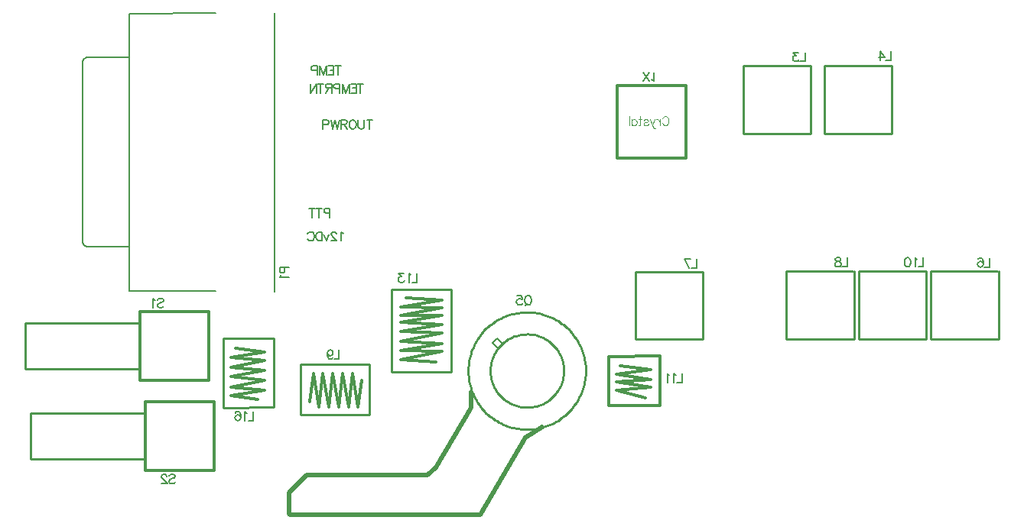
<source format=gbo>
%FSLAX42Y42*%
%MOMM*%
G71*
G01*
G75*
%ADD10C,0.38*%
%ADD11C,0.40*%
%ADD12R,1.52X1.27*%
%ADD13R,1.27X1.52*%
%ADD14R,1.27X1.02*%
%ADD15R,1.52X2.54*%
%ADD16R,2.54X1.52*%
%ADD17O,2.03X0.61*%
%ADD18R,6.73X6.73*%
%ADD19R,1.02X1.27*%
%ADD20R,3.00X1.60*%
%ADD21R,1.52X1.52*%
%ADD22C,1.00*%
%ADD23C,0.50*%
%ADD24C,1.40*%
%ADD25C,0.80*%
%ADD26C,0.70*%
%ADD27C,0.80*%
%ADD28C,1.50*%
%ADD29C,1.40*%
%ADD30C,0.30*%
%ADD31C,0.51*%
%ADD32C,0.20*%
%ADD33C,0.15*%
%ADD34C,0.18*%
%ADD35C,3.50*%
%ADD36C,2.41*%
%ADD37C,6.20*%
%ADD38C,1.32*%
%ADD39C,1.78*%
%ADD40C,1.57*%
%ADD41C,1.52*%
%ADD42R,1.78X1.78*%
%ADD43C,1.90*%
%ADD44C,6.99*%
%ADD45C,2.03*%
%ADD46R,2.03X2.03*%
%ADD47C,1.27*%
%ADD48R,2.39X3.00*%
%ADD49C,0.13*%
%ADD50C,0.25*%
%ADD51C,0.30*%
%ADD52C,0.20*%
%ADD53C,0.33*%
%ADD54C,0.10*%
D31*
X23626Y18722D02*
Y18899D01*
X24226Y18394D02*
X24416Y18514D01*
X23726Y17534D02*
X24226Y18394D01*
X23461Y17534D02*
X23726Y17534D01*
X21627D02*
X23461Y17534D01*
X21617Y17544D02*
X21627Y17534D01*
X21617Y17544D02*
Y17784D01*
X21807Y17974D01*
X23147D01*
X23237Y18064D01*
X23626Y18722D01*
D32*
X22166Y19364D02*
Y19264D01*
X22109D01*
X22036Y19331D02*
X22041Y19317D01*
X22050Y19307D01*
X22065Y19302D01*
X22069D01*
X22084Y19307D01*
X22093Y19317D01*
X22098Y19331D01*
Y19336D01*
X22093Y19350D01*
X22084Y19360D01*
X22069Y19364D01*
X22065D01*
X22050Y19360D01*
X22041Y19350D01*
X22036Y19331D01*
Y19307D01*
X22041Y19283D01*
X22050Y19269D01*
X22065Y19264D01*
X22074D01*
X22088Y19269D01*
X22093Y19279D01*
X25966Y19104D02*
Y19004D01*
X25909D01*
X25898Y19085D02*
X25888Y19090D01*
X25874Y19104D01*
Y19004D01*
X25825Y19085D02*
X25815Y19090D01*
X25801Y19104D01*
Y19004D01*
X25536Y22344D02*
X25603Y22444D01*
Y22344D02*
X25536Y22444D01*
X25625Y22363D02*
X25635Y22359D01*
X25649Y22344D01*
Y22444D01*
X27326Y22664D02*
Y22564D01*
X27269D01*
X27248Y22664D02*
X27196D01*
X27225Y22626D01*
X27210D01*
X27201Y22622D01*
X27196Y22617D01*
X27191Y22602D01*
Y22593D01*
X27196Y22579D01*
X27206Y22569D01*
X27220Y22564D01*
X27234D01*
X27248Y22569D01*
X27253Y22574D01*
X27258Y22583D01*
X20285Y17970D02*
X20295Y17980D01*
X20309Y17984D01*
X20328D01*
X20343Y17980D01*
X20352Y17970D01*
Y17961D01*
X20347Y17951D01*
X20343Y17946D01*
X20333Y17942D01*
X20304Y17932D01*
X20295Y17927D01*
X20290Y17922D01*
X20285Y17913D01*
Y17899D01*
X20295Y17889D01*
X20309Y17884D01*
X20328D01*
X20343Y17889D01*
X20352Y17899D01*
X20258Y17961D02*
Y17965D01*
X20254Y17975D01*
X20249Y17980D01*
X20239Y17984D01*
X20220D01*
X20211Y17980D01*
X20206Y17975D01*
X20201Y17965D01*
Y17956D01*
X20206Y17946D01*
X20215Y17932D01*
X20263Y17884D01*
X20196D01*
X24268Y19964D02*
X24277Y19960D01*
X24287Y19950D01*
X24291Y19941D01*
X24296Y19926D01*
Y19902D01*
X24291Y19888D01*
X24287Y19879D01*
X24277Y19869D01*
X24268Y19864D01*
X24248D01*
X24239Y19869D01*
X24229Y19879D01*
X24225Y19888D01*
X24220Y19902D01*
Y19926D01*
X24225Y19941D01*
X24229Y19950D01*
X24239Y19960D01*
X24248Y19964D01*
X24268D01*
X24253Y19883D02*
X24225Y19855D01*
X24139Y19964D02*
X24187D01*
X24192Y19922D01*
X24187Y19926D01*
X24173Y19931D01*
X24159D01*
X24144Y19926D01*
X24135Y19917D01*
X24130Y19902D01*
Y19893D01*
X24135Y19879D01*
X24144Y19869D01*
X24159Y19864D01*
X24173D01*
X24187Y19869D01*
X24192Y19874D01*
X24197Y19883D01*
X21217Y18682D02*
Y18582D01*
X21160D01*
X21149Y18663D02*
X21139Y18668D01*
X21125Y18682D01*
Y18582D01*
X21018Y18668D02*
X21023Y18677D01*
X21037Y18682D01*
X21047D01*
X21061Y18677D01*
X21071Y18663D01*
X21076Y18639D01*
Y18615D01*
X21071Y18596D01*
X21061Y18587D01*
X21047Y18582D01*
X21042D01*
X21028Y18587D01*
X21018Y18596D01*
X21014Y18610D01*
Y18615D01*
X21018Y18630D01*
X21028Y18639D01*
X21042Y18644D01*
X21047D01*
X21061Y18639D01*
X21071Y18630D01*
X21076Y18615D01*
X29366Y20384D02*
Y20284D01*
X29309D01*
X29241Y20370D02*
X29246Y20380D01*
X29260Y20384D01*
X29269D01*
X29284Y20380D01*
X29293Y20365D01*
X29298Y20342D01*
Y20318D01*
X29293Y20299D01*
X29284Y20289D01*
X29269Y20284D01*
X29265D01*
X29250Y20289D01*
X29241Y20299D01*
X29236Y20313D01*
Y20318D01*
X29241Y20332D01*
X29250Y20342D01*
X29265Y20346D01*
X29269D01*
X29284Y20342D01*
X29293Y20332D01*
X29298Y20318D01*
X27792Y20387D02*
Y20287D01*
X27734D01*
X27700Y20387D02*
X27714Y20383D01*
X27719Y20373D01*
Y20364D01*
X27714Y20354D01*
X27704Y20349D01*
X27685Y20345D01*
X27671Y20340D01*
X27662Y20330D01*
X27657Y20321D01*
Y20306D01*
X27662Y20297D01*
X27666Y20292D01*
X27681Y20287D01*
X27700D01*
X27714Y20292D01*
X27719Y20297D01*
X27723Y20306D01*
Y20321D01*
X27719Y20330D01*
X27709Y20340D01*
X27695Y20345D01*
X27676Y20349D01*
X27666Y20354D01*
X27662Y20364D01*
Y20373D01*
X27666Y20383D01*
X27681Y20387D01*
X27700D01*
X21562Y20284D02*
Y20242D01*
X21558Y20227D01*
X21553Y20223D01*
X21543Y20218D01*
X21529D01*
X21520Y20223D01*
X21515Y20227D01*
X21510Y20242D01*
Y20284D01*
X21610D01*
X21529Y20195D02*
X21524Y20186D01*
X21510Y20172D01*
X21610D01*
X20154Y19920D02*
X20164Y19930D01*
X20178Y19934D01*
X20197D01*
X20212Y19930D01*
X20221Y19920D01*
Y19911D01*
X20216Y19901D01*
X20212Y19896D01*
X20202Y19892D01*
X20173Y19882D01*
X20164Y19877D01*
X20159Y19872D01*
X20154Y19863D01*
Y19849D01*
X20164Y19839D01*
X20178Y19834D01*
X20197D01*
X20212Y19839D01*
X20221Y19849D01*
X20132Y19915D02*
X20123Y19920D01*
X20108Y19934D01*
Y19834D01*
X26126Y20374D02*
Y20274D01*
X26069D01*
X25991Y20374D02*
X26039Y20274D01*
X26058Y20374D02*
X25991D01*
X28276Y22674D02*
Y22574D01*
X28219D01*
X28160Y22674D02*
X28208Y22608D01*
X28137D01*
X28160Y22674D02*
Y22574D01*
X28636Y20387D02*
Y20287D01*
X28579D01*
X28568Y20368D02*
X28558Y20373D01*
X28544Y20387D01*
Y20287D01*
X28466Y20387D02*
X28480Y20383D01*
X28490Y20368D01*
X28494Y20345D01*
Y20330D01*
X28490Y20306D01*
X28480Y20292D01*
X28466Y20287D01*
X28456D01*
X28442Y20292D01*
X28432Y20306D01*
X28428Y20330D01*
Y20345D01*
X28432Y20368D01*
X28442Y20383D01*
X28456Y20387D01*
X28466D01*
X23029Y20215D02*
Y20115D01*
X22972D01*
X22961Y20196D02*
X22952Y20201D01*
X22938Y20215D01*
Y20115D01*
X22879Y20215D02*
X22826D01*
X22855Y20177D01*
X22840D01*
X22831Y20172D01*
X22826Y20167D01*
X22821Y20153D01*
Y20143D01*
X22826Y20129D01*
X22836Y20120D01*
X22850Y20115D01*
X22864D01*
X22879Y20120D01*
X22883Y20124D01*
X22888Y20134D01*
X22215Y20655D02*
X22206Y20660D01*
X22192Y20674D01*
Y20574D01*
X22137Y20651D02*
Y20655D01*
X22132Y20665D01*
X22128Y20670D01*
X22118Y20674D01*
X22099D01*
X22090Y20670D01*
X22085Y20665D01*
X22080Y20655D01*
Y20646D01*
X22085Y20636D01*
X22094Y20622D01*
X22142Y20574D01*
X22075D01*
X22053Y20641D02*
X22024Y20574D01*
X21996Y20641D02*
X22024Y20574D01*
X21980Y20674D02*
Y20574D01*
Y20674D02*
X21946D01*
X21932Y20670D01*
X21923Y20660D01*
X21918Y20651D01*
X21913Y20636D01*
Y20612D01*
X21918Y20598D01*
X21923Y20589D01*
X21932Y20579D01*
X21946Y20574D01*
X21980D01*
X21819Y20651D02*
X21824Y20660D01*
X21833Y20670D01*
X21843Y20674D01*
X21862D01*
X21872Y20670D01*
X21881Y20660D01*
X21886Y20651D01*
X21891Y20636D01*
Y20612D01*
X21886Y20598D01*
X21881Y20589D01*
X21872Y20579D01*
X21862Y20574D01*
X21843D01*
X21833Y20579D01*
X21824Y20589D01*
X21819Y20598D01*
X22403Y22315D02*
Y22215D01*
X22436Y22315D02*
X22369D01*
X22296D02*
X22358D01*
Y22215D01*
X22296D01*
X22358Y22267D02*
X22319D01*
X22279Y22315D02*
Y22215D01*
Y22315D02*
X22241Y22215D01*
X22203Y22315D02*
X22241Y22215D01*
X22203Y22315D02*
Y22215D01*
X22174Y22262D02*
X22131D01*
X22117Y22267D01*
X22112Y22272D01*
X22108Y22281D01*
Y22296D01*
X22112Y22305D01*
X22117Y22310D01*
X22131Y22315D01*
X22174D01*
Y22215D01*
X22085Y22315D02*
Y22215D01*
Y22315D02*
X22042D01*
X22028Y22310D01*
X22023Y22305D01*
X22019Y22296D01*
Y22286D01*
X22023Y22276D01*
X22028Y22272D01*
X22042Y22267D01*
X22085D01*
X22052D02*
X22019Y22215D01*
X21963Y22315D02*
Y22215D01*
X21996Y22315D02*
X21930D01*
X21918D02*
Y22215D01*
Y22315D02*
X21851Y22215D01*
Y22315D02*
Y22215D01*
X22065Y20882D02*
X22022D01*
X22008Y20887D01*
X22003Y20892D01*
X21999Y20901D01*
Y20915D01*
X22003Y20925D01*
X22008Y20930D01*
X22022Y20934D01*
X22065D01*
Y20834D01*
X21943Y20934D02*
Y20834D01*
X21976Y20934D02*
X21910D01*
X21864D02*
Y20834D01*
X21898Y20934D02*
X21831D01*
X21986Y21862D02*
X22029D01*
X22043Y21867D01*
X22048Y21872D01*
X22053Y21881D01*
Y21896D01*
X22048Y21905D01*
X22043Y21910D01*
X22029Y21915D01*
X21986D01*
Y21815D01*
X22075Y21915D02*
X22099Y21815D01*
X22123Y21915D02*
X22099Y21815D01*
X22123Y21915D02*
X22147Y21815D01*
X22170Y21915D02*
X22147Y21815D01*
X22190Y21915D02*
Y21815D01*
Y21915D02*
X22233D01*
X22247Y21910D01*
X22252Y21905D01*
X22257Y21896D01*
Y21886D01*
X22252Y21876D01*
X22247Y21872D01*
X22233Y21867D01*
X22190D01*
X22224D02*
X22257Y21815D01*
X22308Y21915D02*
X22298Y21910D01*
X22289Y21900D01*
X22284Y21891D01*
X22279Y21876D01*
Y21853D01*
X22284Y21838D01*
X22289Y21829D01*
X22298Y21819D01*
X22308Y21815D01*
X22327D01*
X22336Y21819D01*
X22346Y21829D01*
X22351Y21838D01*
X22356Y21853D01*
Y21876D01*
X22351Y21891D01*
X22346Y21900D01*
X22336Y21910D01*
X22327Y21915D01*
X22308D01*
X22379D02*
Y21843D01*
X22384Y21829D01*
X22393Y21819D01*
X22407Y21815D01*
X22417D01*
X22431Y21819D01*
X22441Y21829D01*
X22446Y21843D01*
Y21915D01*
X22506D02*
Y21815D01*
X22473Y21915D02*
X22540D01*
X22153Y22515D02*
Y22415D01*
X22186Y22515D02*
X22119D01*
X22046D02*
X22108D01*
Y22415D01*
X22046D01*
X22108Y22467D02*
X22069D01*
X22029Y22515D02*
Y22415D01*
Y22515D02*
X21991Y22415D01*
X21953Y22515D02*
X21991Y22415D01*
X21953Y22515D02*
Y22415D01*
X21924Y22462D02*
X21881D01*
X21867Y22467D01*
X21862Y22472D01*
X21858Y22481D01*
Y22496D01*
X21862Y22505D01*
X21867Y22510D01*
X21881Y22515D01*
X21924D01*
Y22415D01*
D50*
X24652Y19134D02*
X24652Y19160D01*
X24649Y19185D01*
X24645Y19210D01*
X24640Y19234D01*
X24633Y19259D01*
X24625Y19283D01*
X24615Y19306D01*
X24603Y19328D01*
X24590Y19350D01*
X24576Y19371D01*
X24561Y19391D01*
X24544Y19410D01*
X24527Y19428D01*
X24508Y19445D01*
X24488Y19461D01*
X24467Y19475D01*
X24446Y19488D01*
X24423Y19500D01*
X24400Y19510D01*
X24376Y19519D01*
X24352Y19527D01*
X24328Y19533D01*
X24303Y19537D01*
X24278Y19540D01*
X24252Y19541D01*
X24227Y19540D01*
X24202Y19538D01*
X24177Y19535D01*
X24152Y19530D01*
X24128Y19523D01*
X24104Y19515D01*
X24080Y19505D01*
X24058Y19494D01*
X24036Y19482D01*
X24014Y19468D01*
X23994Y19453D01*
X23975Y19437D01*
X23957Y19420D01*
X23939Y19401D01*
X23923Y19381D01*
X23909Y19361D01*
X23895Y19339D01*
X23883Y19317D01*
X23872Y19294D01*
X23863Y19271D01*
X23856Y19247D01*
X23849Y19222D01*
X23845Y19197D01*
X23841Y19172D01*
X23840Y19147D01*
Y19122D01*
X23841Y19097D01*
X23845Y19071D01*
X23849Y19047D01*
X23856Y19022D01*
X23863Y18998D01*
X23872Y18975D01*
X23883Y18952D01*
X23895Y18929D01*
X23909Y18908D01*
X23923Y18887D01*
X23939Y18868D01*
X23957Y18849D01*
X23975Y18832D01*
X23994Y18816D01*
X24014Y18800D01*
X24036Y18787D01*
X24058Y18774D01*
X24080Y18763D01*
X24104Y18754D01*
X24128Y18746D01*
X24152Y18739D01*
X24177Y18734D01*
X24202Y18730D01*
X24227Y18728D01*
X24252Y18728D01*
X24278Y18729D01*
X24303Y18732D01*
X24328Y18736D01*
X24352Y18742D01*
X24376Y18749D01*
X24400Y18758D01*
X24423Y18769D01*
X24446Y18780D01*
X24467Y18793D01*
X24488Y18808D01*
X24508Y18824D01*
X24527Y18840D01*
X24544Y18858D01*
X24561Y18877D01*
X24576Y18898D01*
X24590Y18919D01*
X24603Y18940D01*
X24615Y18963D01*
X24625Y18986D01*
X24633Y19010D01*
X24640Y19034D01*
X24645Y19059D01*
X24649Y19084D01*
X24652Y19109D01*
X24652Y19134D01*
X24896D02*
X24896Y19160D01*
X24894Y19185D01*
X24892Y19210D01*
X24888Y19235D01*
X24884Y19260D01*
X24878Y19285D01*
X24872Y19310D01*
X24865Y19334D01*
X24856Y19358D01*
X24847Y19382D01*
X24837Y19405D01*
X24826Y19428D01*
X24814Y19450D01*
X24801Y19472D01*
X24788Y19494D01*
X24773Y19514D01*
X24758Y19535D01*
X24742Y19554D01*
X24725Y19573D01*
X24708Y19592D01*
X24690Y19609D01*
X24671Y19626D01*
X24651Y19643D01*
X24631Y19658D01*
X24611Y19673D01*
X24589Y19686D01*
X24567Y19699D01*
X24545Y19712D01*
X24522Y19723D01*
X24499Y19733D01*
X24476Y19743D01*
X24452Y19751D01*
X24428Y19759D01*
X24403Y19765D01*
X24378Y19771D01*
X24353Y19775D01*
X24328Y19779D01*
X24303Y19782D01*
X24278Y19784D01*
X24252Y19784D01*
X24227Y19784D01*
X24202Y19783D01*
X24176Y19781D01*
X24151Y19777D01*
X24126Y19773D01*
X24101Y19768D01*
X24077Y19762D01*
X24052Y19755D01*
X24028Y19747D01*
X24005Y19738D01*
X23981Y19728D01*
X23958Y19717D01*
X23936Y19706D01*
X23914Y19693D01*
X23892Y19680D01*
X23871Y19665D01*
X23851Y19650D01*
X23831Y19635D01*
X23812Y19618D01*
X23793Y19601D01*
X23775Y19583D01*
X23758Y19564D01*
X23742Y19545D01*
X23726Y19525D01*
X23711Y19504D01*
X23697Y19483D01*
X23684Y19461D01*
X23672Y19439D01*
X23660Y19416D01*
X23650Y19393D01*
X23640Y19370D01*
X23632Y19346D01*
X23624Y19322D01*
X23617Y19298D01*
X23611Y19273D01*
X23606Y19248D01*
X23602Y19223D01*
X23599Y19198D01*
X23597Y19172D01*
X23596Y19147D01*
Y19122D01*
X23597Y19096D01*
X23599Y19071D01*
X23602Y19046D01*
X23606Y19021D01*
X23611Y18996D01*
X23617Y18971D01*
X23624Y18947D01*
X23632Y18923D01*
X23640Y18899D01*
X23650Y18875D01*
X23660Y18852D01*
X23672Y18830D01*
X23684Y18808D01*
X23697Y18786D01*
X23711Y18765D01*
X23726Y18744D01*
X23742Y18724D01*
X23758Y18705D01*
X23775Y18686D01*
X23793Y18668D01*
X23812Y18651D01*
X23831Y18634D01*
X23851Y18618D01*
X23871Y18603D01*
X23892Y18589D01*
X23914Y18576D01*
X23936Y18563D01*
X23958Y18552D01*
X23981Y18541D01*
X24005Y18531D01*
X24028Y18522D01*
X24052Y18514D01*
X24077Y18507D01*
X24101Y18501D01*
X24126Y18496D01*
X24151Y18491D01*
X24176Y18488D01*
X24202Y18486D01*
X24227Y18485D01*
X24252Y18484D01*
X24278Y18485D01*
X24303Y18487D01*
X24328Y18490D01*
X24353Y18493D01*
X24378Y18498D01*
X24403Y18504D01*
X24428Y18510D01*
X24452Y18518D01*
X24476Y18526D01*
X24499Y18536D01*
X24522Y18546D01*
X24545Y18557D01*
X24567Y18569D01*
X24589Y18582D01*
X24611Y18596D01*
X24631Y18611D01*
X24651Y18626D01*
X24671Y18642D01*
X24690Y18659D01*
X24708Y18677D01*
X24725Y18695D01*
X24742Y18714D01*
X24758Y18734D01*
X24773Y18754D01*
X24788Y18775D01*
X24801Y18797D01*
X24814Y18819D01*
X24826Y18841D01*
X24837Y18864D01*
X24847Y18887D01*
X24856Y18911D01*
X24865Y18935D01*
X24872Y18959D01*
X24878Y18984D01*
X24884Y19008D01*
X24888Y19033D01*
X24892Y19058D01*
X24894Y19084D01*
X24896Y19109D01*
X24896Y19134D01*
X21741Y19206D02*
X22503Y19203D01*
X21741Y18647D02*
X22506Y18650D01*
X22503Y19203D02*
X22506Y18650D01*
X21741Y18647D02*
Y19206D01*
X28296Y19488D02*
X28666D01*
X27917D02*
Y20237D01*
X28666Y19488D02*
Y20237D01*
X27917D02*
X28656D01*
X27917Y19488D02*
X28296D01*
X27910Y22514D02*
X28288D01*
X27549Y21765D02*
X28288D01*
X27539D02*
Y22514D01*
X28288Y21765D02*
Y22514D01*
X27539D02*
X27910D01*
X25825Y19485D02*
X26196D01*
X25446D02*
Y20234D01*
X26196Y19485D02*
Y20234D01*
X25446D02*
X26185D01*
X25446Y19485D02*
X25825D01*
X27495Y19488D02*
X27866D01*
X27117D02*
Y20237D01*
X27866Y19488D02*
Y20237D01*
X27117D02*
X27856D01*
X27117Y19488D02*
X27495D01*
X28717D02*
X29095D01*
X28717Y20237D02*
X29456D01*
X29466Y19488D02*
Y20237D01*
X28717Y19488D02*
Y20237D01*
X29095Y19488D02*
X29466D01*
X26639Y22514D02*
X27010D01*
X27388Y21765D02*
Y22514D01*
X26639Y21765D02*
Y22514D01*
X26649Y21765D02*
X27388D01*
X27010Y22514D02*
X27388D01*
X21441Y18728D02*
X21443Y19490D01*
X20885D02*
X20887Y18726D01*
X21441Y18728D01*
X20885Y19490D02*
X21443D01*
X18695Y19663D02*
X19965D01*
X18695Y19155D02*
Y19663D01*
Y19155D02*
X19965D01*
X22748Y20038D02*
X23409D01*
X22748Y19118D02*
X23409D01*
Y19906D01*
Y20038D01*
X22748Y19118D02*
Y20038D01*
X18751Y18663D02*
X20021D01*
X18751Y18155D02*
Y18663D01*
Y18155D02*
X20021D01*
D51*
X25156Y18751D02*
Y19289D01*
X25723Y18751D02*
Y19299D01*
X25156Y18751D02*
X25723D01*
X25156Y19289D02*
X25723Y19299D01*
X25249Y22294D02*
X26011D01*
X25249Y21494D02*
X26011D01*
Y22294D01*
X25249Y21494D02*
Y22294D01*
X19965Y19028D02*
Y19778D01*
X20727Y19028D02*
Y19727D01*
X19965Y19778D02*
Y19790D01*
X20727D01*
Y19727D02*
Y19790D01*
X19965Y19028D02*
X20727D01*
X20021Y18028D02*
Y18778D01*
X20783Y18028D02*
Y18727D01*
X20021Y18778D02*
Y18790D01*
X20783D01*
Y18727D02*
Y18790D01*
X20021Y18028D02*
X20783D01*
D52*
X19380Y22609D02*
X19355Y22602D01*
X19336Y22583D01*
X19329Y22558D01*
Y20558D02*
X19336Y20533D01*
X19355Y20514D01*
X19380Y20507D01*
X23916Y19490D02*
X23967Y19439D01*
X23865D02*
X23916Y19490D01*
X23865Y19439D02*
X23916Y19388D01*
X19846Y23095D02*
X20804Y23099D01*
X19380Y22609D02*
X19846D01*
X19380Y20507D02*
X19846D01*
X19329Y20558D02*
Y22558D01*
X19846Y20021D02*
Y23095D01*
X21451Y20009D02*
Y23099D01*
X19846Y20021D02*
X20804Y20018D01*
D53*
X22376Y18728D02*
X22417Y19028D01*
X22315Y19107D02*
X22376Y18728D01*
X22277D02*
X22315Y19107D01*
X22206D02*
X22277Y18728D01*
X22165D02*
X22206Y19107D01*
X22097D02*
X22165Y18728D01*
X22056D02*
X22097Y19107D01*
X21988D02*
X22056Y18728D01*
X21947D02*
X21988Y19107D01*
X21886D02*
X21947Y18728D01*
X21845Y18787D02*
X21886Y19107D01*
X25278Y19185D02*
X25619Y19144D01*
X25240Y19093D02*
X25619Y19144D01*
X25240Y19093D02*
X25619Y19035D01*
X25240Y19015D02*
X25619Y19035D01*
X25240Y19015D02*
X25619Y18954D01*
X25240Y18916D02*
X25619Y18954D01*
X25240Y18916D02*
X25558Y18834D01*
X20966Y18855D02*
X21266Y18814D01*
X20966Y18855D02*
X21344Y18916D01*
X20966Y18954D02*
X21344Y18916D01*
X20966Y18954D02*
X21344Y19025D01*
X20966Y19066D02*
X21344Y19025D01*
X20966Y19066D02*
X21344Y19135D01*
X20966Y19175D02*
X21344Y19135D01*
X20966Y19175D02*
X21344Y19244D01*
X20966Y19284D02*
X21344Y19244D01*
X20966Y19284D02*
X21344Y19345D01*
X21024Y19386D02*
X21344Y19345D01*
X22847Y19258D02*
X23236Y19230D01*
X22847Y19258D02*
X23307Y19350D01*
X22847Y19360D02*
X23307Y19350D01*
X22847Y19360D02*
X23307Y19438D01*
X22847Y19459D02*
X23307Y19438D01*
X22847Y19459D02*
X23307Y19550D01*
X22847Y19568D02*
X23307Y19550D01*
X22847Y19568D02*
X23307Y19649D01*
X22847Y19670D02*
X23307Y19649D01*
X22847Y19670D02*
X23307Y19748D01*
X22847D02*
X23307Y19830D01*
X22847Y19840D02*
X23307Y19830D01*
X22847Y19840D02*
X23307Y19918D01*
X22906Y19939D02*
X23307Y19918D01*
X22847Y19748D02*
X23307D01*
D54*
X25744Y21931D02*
X25749Y21940D01*
X25758Y21950D01*
X25768Y21954D01*
X25787D01*
X25796Y21950D01*
X25806Y21940D01*
X25811Y21931D01*
X25815Y21916D01*
Y21892D01*
X25811Y21878D01*
X25806Y21869D01*
X25796Y21859D01*
X25787Y21854D01*
X25768D01*
X25758Y21859D01*
X25749Y21869D01*
X25744Y21878D01*
X25716Y21921D02*
Y21854D01*
Y21892D02*
X25711Y21907D01*
X25702Y21916D01*
X25692Y21921D01*
X25678D01*
X25664D02*
X25635Y21854D01*
X25607Y21921D02*
X25635Y21854D01*
X25645Y21835D01*
X25654Y21826D01*
X25664Y21821D01*
X25669D01*
X25538Y21907D02*
X25543Y21916D01*
X25557Y21921D01*
X25571D01*
X25585Y21916D01*
X25590Y21907D01*
X25585Y21897D01*
X25576Y21892D01*
X25552Y21888D01*
X25543Y21883D01*
X25538Y21873D01*
Y21869D01*
X25543Y21859D01*
X25557Y21854D01*
X25571D01*
X25585Y21859D01*
X25590Y21869D01*
X25503Y21954D02*
Y21873D01*
X25498Y21859D01*
X25488Y21854D01*
X25479D01*
X25517Y21921D02*
X25483D01*
X25407D02*
Y21854D01*
Y21907D02*
X25417Y21916D01*
X25426Y21921D01*
X25441D01*
X25450Y21916D01*
X25460Y21907D01*
X25464Y21892D01*
Y21883D01*
X25460Y21869D01*
X25450Y21859D01*
X25441Y21854D01*
X25426D01*
X25417Y21859D01*
X25407Y21869D01*
X25381Y21954D02*
Y21854D01*
M02*

</source>
